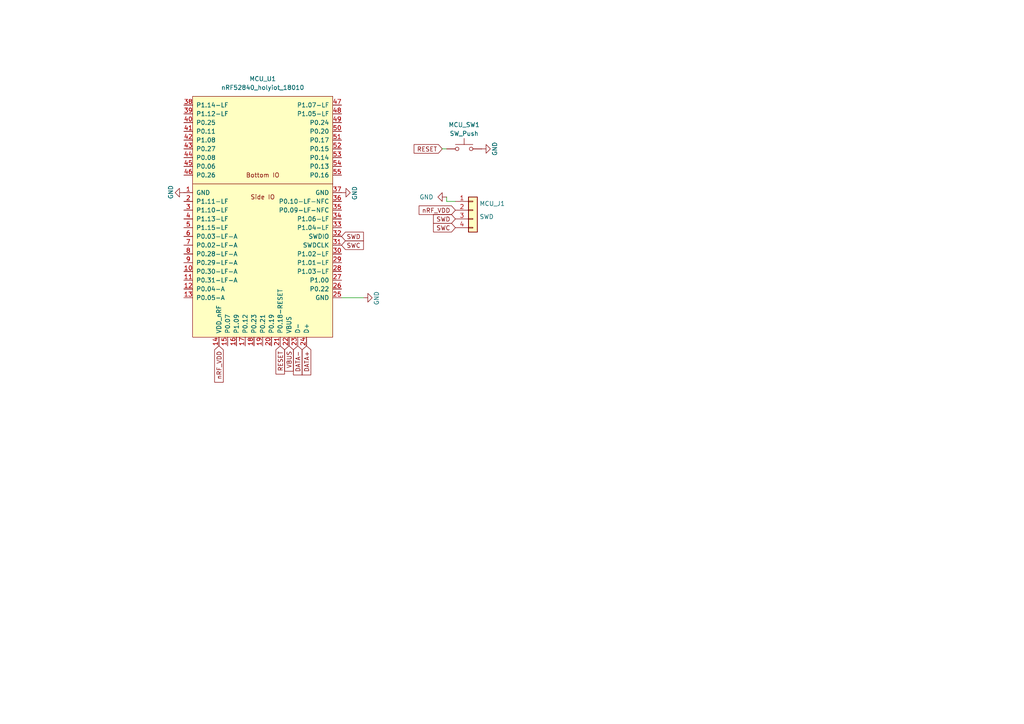
<source format=kicad_sch>
(kicad_sch (version 20231120) (generator "eeschema") (generator_version "8.0")
  (paper "A4")
  (lib_symbols
    (symbol "Connector_Generic:Conn_01x04" (pin_names (offset 1.016) hide)
      (property "Reference" "J" (at 0 5.08 0))
      (property "Value" "Conn_01x04" (at 0 -7.62 0))
      (symbol "Conn_01x04_1_1"
        (rectangle (start -1.27 -4.953) (end 0 -5.207) (stroke (width 0.1524)))
        (rectangle (start -1.27 -2.413) (end 0 -2.667) (stroke (width 0.1524)))
        (rectangle (start -1.27 0.127) (end 0 -0.127) (stroke (width 0.1524)))
        (rectangle (start -1.27 2.667) (end 0 2.413) (stroke (width 0.1524)))
        (rectangle (start -1.27 3.81) (end 1.27 -6.35) (stroke (width 0.254)) (fill (type background)))
        (pin passive line (at -5.08 2.54 0) (length 3.81) (name "Pin_1") (number "1"))
        (pin passive line (at -5.08 0 0) (length 3.81) (name "Pin_2") (number "2"))
        (pin passive line (at -5.08 -2.54 0) (length 3.81) (name "Pin_3") (number "3"))
        (pin passive line (at -5.08 -5.08 0) (length 3.81) (name "Pin_4") (number "4"))
      )
    )
    (symbol "ErgoCai:nRF52840_holyiot_18010" (pin_names (offset 1.016))
      (property "Reference" "U" (at 0 30.48 0))
      (property "Value" "nRF52840_holyiot_18010" (at 0 27.94 0))
      (symbol "nRF52840_holyiot_18010_0_0"
        (text "Bottom IO" (at 0 2.54 0) (effects (font (size 1.27 1.27))))
        (text "Side IO" (at 0 -3.81 0) (effects (font (size 1.27 1.27))))
      )
      (symbol "nRF52840_holyiot_18010_0_1"
        (rectangle (start -20.32 25.4) (end 20.32 -44.45) (stroke (width 0.1524)) (fill (type background)))
        (polyline (pts (xy 20.32 0) (xy -20.32 0)))
      )
      (symbol "nRF52840_holyiot_18010_1_1"
        (pin power_in line (at -22.86 -2.54 0) (length 2.54) (name "GND") (number "1"))
        (pin bidirectional line (at -22.86 -25.4 0) (length 2.54) (name "P0.30-LF-A") (number "10"))
        (pin bidirectional line (at -22.86 -27.94 0) (length 2.54) (name "P0.31-LF-A") (number "11"))
        (pin bidirectional line (at -22.86 -30.48 0) (length 2.54) (name "P0.04-A") (number "12"))
        (pin bidirectional line (at -22.86 -33.02 0) (length 2.54) (name "P0.05-A") (number "13"))
        (pin power_in line (at -12.7 -46.99 90) (length 2.54) (name "VDD_nRF") (number "14"))
        (pin bidirectional line (at -10.16 -46.99 90) (length 2.54) (name "P0.07") (number "15"))
        (pin bidirectional line (at -7.62 -46.99 90) (length 2.54) (name "P1.09") (number "16"))
        (pin bidirectional line (at -5.08 -46.99 90) (length 2.54) (name "P0.12") (number "17"))
        (pin bidirectional line (at -2.54 -46.99 90) (length 2.54) (name "P0.23") (number "18"))
        (pin bidirectional line (at 0 -46.99 90) (length 2.54) (name "P0.21") (number "19"))
        (pin bidirectional line (at -22.86 -5.08 0) (length 2.54) (name "P1.11-LF") (number "2"))
        (pin bidirectional line (at 2.54 -46.99 90) (length 2.54) (name "P0.19") (number "20"))
        (pin input line (at 5.08 -46.99 90) (length 2.54) (name "P0.18-RESET") (number "21"))
        (pin power_in line (at 7.62 -46.99 90) (length 2.54) (name "VBUS") (number "22"))
        (pin bidirectional line (at 10.16 -46.99 90) (length 2.54) (name "D-") (number "23"))
        (pin bidirectional line (at 12.7 -46.99 90) (length 2.54) (name "D+") (number "24"))
        (pin power_in line (at 22.86 -33.02 180) (length 2.54) (name "GND") (number "25"))
        (pin bidirectional line (at 22.86 -30.48 180) (length 2.54) (name "P0.22") (number "26"))
        (pin bidirectional line (at 22.86 -27.94 180) (length 2.54) (name "P1.00") (number "27"))
        (pin bidirectional line (at 22.86 -25.4 180) (length 2.54) (name "P1.03-LF") (number "28"))
        (pin bidirectional line (at 22.86 -22.86 180) (length 2.54) (name "P1.01-LF") (number "29"))
        (pin bidirectional line (at -22.86 -7.62 0) (length 2.54) (name "P1.10-LF") (number "3"))
        (pin bidirectional line (at 22.86 -20.32 180) (length 2.54) (name "P1.02-LF") (number "30"))
        (pin bidirectional line (at 22.86 -17.78 180) (length 2.54) (name "SWDCLK") (number "31"))
        (pin bidirectional line (at 22.86 -15.24 180) (length 2.54) (name "SWDIO") (number "32"))
        (pin bidirectional line (at 22.86 -12.7 180) (length 2.54) (name "P1.04-LF") (number "33"))
        (pin bidirectional line (at 22.86 -10.16 180) (length 2.54) (name "P1.06-LF") (number "34"))
        (pin bidirectional line (at 22.86 -7.62 180) (length 2.54) (name "P0.09-LF-NFC") (number "35"))
        (pin bidirectional line (at 22.86 -5.08 180) (length 2.54) (name "P0.10-LF-NFC") (number "36"))
        (pin power_in line (at 22.86 -2.54 180) (length 2.54) (name "GND") (number "37"))
        (pin bidirectional line (at -22.86 22.86 0) (length 2.54) (name "P1.14-LF") (number "38"))
        (pin bidirectional line (at -22.86 20.32 0) (length 2.54) (name "P1.12-LF") (number "39"))
        (pin bidirectional line (at -22.86 -10.16 0) (length 2.54) (name "P1.13-LF") (number "4"))
        (pin bidirectional line (at -22.86 17.78 0) (length 2.54) (name "P0.25") (number "40"))
        (pin bidirectional line (at -22.86 15.24 0) (length 2.54) (name "P0.11") (number "41"))
        (pin bidirectional line (at -22.86 12.7 0) (length 2.54) (name "P1.08") (number "42"))
        (pin bidirectional line (at -22.86 10.16 0) (length 2.54) (name "P0.27") (number "43"))
        (pin bidirectional line (at -22.86 7.62 0) (length 2.54) (name "P0.08") (number "44"))
        (pin bidirectional line (at -22.86 5.08 0) (length 2.54) (name "P0.06") (number "45"))
        (pin bidirectional line (at -22.86 2.54 0) (length 2.54) (name "P0.26") (number "46"))
        (pin bidirectional line (at 22.86 22.86 180) (length 2.54) (name "P1.07-LF") (number "47"))
        (pin bidirectional line (at 22.86 20.32 180) (length 2.54) (name "P1.05-LF") (number "48"))
        (pin bidirectional line (at 22.86 17.78 180) (length 2.54) (name "P0.24") (number "49"))
        (pin bidirectional line (at -22.86 -12.7 0) (length 2.54) (name "P1.15-LF") (number "5"))
        (pin bidirectional line (at 22.86 15.24 180) (length 2.54) (name "P0.20") (number "50"))
        (pin bidirectional line (at 22.86 12.7 180) (length 2.54) (name "P0.17") (number "51"))
        (pin bidirectional line (at 22.86 10.16 180) (length 2.54) (name "P0.15") (number "52"))
        (pin bidirectional line (at 22.86 7.62 180) (length 2.54) (name "P0.14") (number "53"))
        (pin bidirectional line (at 22.86 5.08 180) (length 2.54) (name "P0.13") (number "54"))
        (pin bidirectional line (at 22.86 2.54 180) (length 2.54) (name "P0.16") (number "55"))
        (pin bidirectional line (at -22.86 -15.24 0) (length 2.54) (name "P0.03-LF-A") (number "6"))
        (pin bidirectional line (at -22.86 -17.78 0) (length 2.54) (name "P0.02-LF-A") (number "7"))
        (pin bidirectional line (at -22.86 -20.32 0) (length 2.54) (name "P0.28-LF-A") (number "8"))
        (pin bidirectional line (at -22.86 -22.86 0) (length 2.54) (name "P0.29-LF-A") (number "9"))
      )
    )
    (symbol "Switch:SW_Push" (pin_numbers hide) (pin_names (offset 1.016) hide)
      (property "Reference" "SW" (at 1.27 2.54 0))
      (property "Value" "SW_Push" (at 0 -1.524 0))
      (symbol "SW_Push_0_1"
        (circle (center -2.032 0) (radius 0.508))
        (polyline (pts (xy 0 1.27) (xy 0 3.048)))
        (polyline (pts (xy 2.54 1.27) (xy -2.54 1.27)))
        (circle (center 2.032 0) (radius 0.508))
        (pin passive line (at -5.08 0 0) (length 2.54) (name "1") (number "1"))
        (pin passive line (at 5.08 0 180) (length 2.54) (name "2") (number "2"))
      )
    )
    (symbol "power:GND" (power) (pin_numbers hide) (pin_names (offset 0) hide)
      (property "Value" "GND" (at 0 -3.81 0))
      (symbol "GND_0_1"
        (polyline (pts (xy 0 0) (xy 0 -1.27) (xy 1.27 -1.27) (xy 0 -2.54) (xy -1.27 -1.27) (xy 0 -1.27)))
      )
      (symbol "GND_1_1"
        (pin power_in line (at 0 0 270) (length 0) (name "~") (number "1"))
      )
    )
  )
  (wire (pts (xy 129.54 58.42) (xy 132.08 58.42)))
  (wire (pts (xy 129.54 57.15) (xy 129.54 58.42)))
  (wire (pts (xy 105.41 86.36) (xy 99.06 86.36)))
  (wire (pts (xy 128.27 43.18) (xy 129.54 43.18)))
  (global_label "nRF_VDD" (shape input) (at 63.5 100.33 270) (property "Intersheetrefs" "${INTERSHEET_REFS}" (effects (hide yes))))
  (global_label "SWD" (shape input) (at 99.06 68.58 0) (property "Intersheetrefs" "${INTERSHEET_REFS}" (effects (hide yes))))
  (global_label "SWC" (shape input) (at 99.06 71.12 0) (property "Intersheetrefs" "${INTERSHEET_REFS}" (effects (hide yes))))
  (global_label "DATA+" (shape input) (at 88.9 100.33 270) (property "Intersheetrefs" "${INTERSHEET_REFS}" (effects (hide yes))))
  (global_label "nRF_VDD" (shape input) (at 132.08 60.96 180) (property "Intersheetrefs" "${INTERSHEET_REFS}" (effects (hide yes))))
  (global_label "DATA-" (shape input) (at 86.36 100.33 270) (property "Intersheetrefs" "${INTERSHEET_REFS}" (effects (hide yes))))
  (global_label "SWD" (shape input) (at 132.08 63.5 180) (property "Intersheetrefs" "${INTERSHEET_REFS}" (effects (hide yes))))
  (global_label "RESET" (shape input) (at 81.28 100.33 270) (property "Intersheetrefs" "${INTERSHEET_REFS}" (effects (hide yes))))
  (global_label "RESET" (shape input) (at 128.27 43.18 180) (property "Intersheetrefs" "${INTERSHEET_REFS}" (effects (hide yes))))
  (global_label "SWC" (shape input) (at 132.08 66.04 180) (property "Intersheetrefs" "${INTERSHEET_REFS}" (effects (hide yes))))
  (global_label "VBUS" (shape input) (at 83.82 100.33 270) (property "Intersheetrefs" "${INTERSHEET_REFS}" (effects (hide yes))))
  (symbol (lib_id "ErgoCai:nRF52840_holyiot_18010") (at 76.2 53.34 0) (unit 1)
    (property "Reference" "MCU_U1" (at 76.2 22.86 0))
    (property "Value" "nRF52840_holyiot_18010" (at 76.2 25.4 0))
    (property "Footprint" "ErgoCai.pretty:nRF52840_holyiot_18010" (effects (hide yes)))
    (property "Datasheet" "http://www.holyiot.com/tp/2019042516322180424.pdf" (effects (hide yes)))
    (property "Description" "nRF52840 BT LE module" (effects (hide yes)))
  )
  (symbol (lib_id "power:GND") (at 129.54 57.15 270) (unit 1)
    (property "Reference" "#PWR?" (effects (hide yes)))
    (property "Value" "GND" (at 125.73 57.1499 90) (effects (justify right)))
    (property "Description" "Power symbol creates a global label with name \"GND\" , ground" (effects (hide yes)))
  )
  (symbol (lib_id "Connector_Generic:Conn_01x04") (at 137.16 60.96 0) (unit 1)
    (property "Reference" "MCU_J1" (at 139.065 59.055 0) (effects (justify left)))
    (property "Value" "SWD" (at 139.065 62.865 0) (effects (justify left)))
    (property "Footprint" "ErgoCai.pretty:Connector_THT_1x4_2.54" (effects (hide yes)))
    (property "Description" "Generic connector, single row, 01x04, script generated (kicad-library-utils/schlib/autogen/connector/)" (effects (hide yes)))
  )
  (symbol (lib_id "power:GND") (at 139.7 43.18 90) (unit 1)
    (property "Reference" "#PWR?" (effects (hide yes)))
    (property "Value" "GND" (at 143.51 43.18 0))
    (property "Description" "Power symbol creates a global label with name \"GND\" , ground" (effects (hide yes)))
  )
  (symbol (lib_id "power:GND") (at 53.34 55.88 270) (unit 1)
    (property "Reference" "#PWR?" (effects (hide yes)))
    (property "Value" "GND" (at 49.53 57.785 0) (effects (justify right)))
    (property "Description" "Power symbol creates a global label with name \"GND\" , ground" (effects (hide yes)))
  )
  (symbol (lib_id "power:GND") (at 105.41 86.36 90) (unit 1)
    (property "Reference" "#PWR?" (effects (hide yes)))
    (property "Value" "GND" (at 109.22 84.455 0) (effects (justify right)))
    (property "Description" "Power symbol creates a global label with name \"GND\" , ground" (effects (hide yes)))
  )
  (symbol (lib_id "Switch:SW_Push") (at 134.62 43.18 0) (unit 1)
    (property "Reference" "MCU_SW1" (at 134.62 36.195 0))
    (property "Value" "SW_Push" (at 134.62 38.735 0))
    (property "Footprint" "ErgoCai:K2-1187SQ" (effects (hide yes)))
    (property "Description" "Push button switch, generic, two pins" (effects (hide yes)))
  )
  (symbol (lib_id "power:GND") (at 99.06 55.88 90) (unit 1)
    (property "Reference" "#PWR?" (effects (hide yes)))
    (property "Value" "GND" (at 102.87 53.975 0) (effects (justify right)))
    (property "Description" "Power symbol creates a global label with name \"GND\" , ground" (effects (hide yes)))
  )
)
</source>
